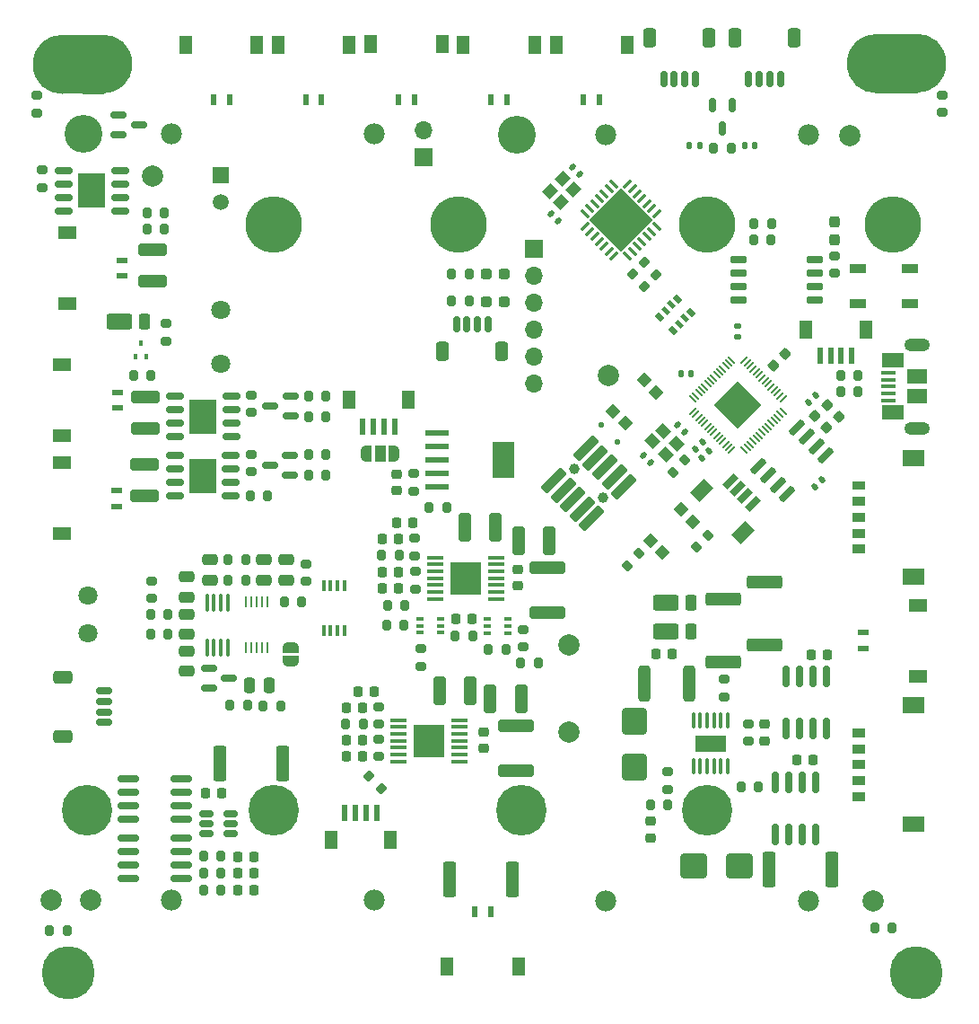
<source format=gbr>
%TF.GenerationSoftware,KiCad,Pcbnew,8.0.2-1*%
%TF.CreationDate,2024-06-05T23:36:57-07:00*%
%TF.ProjectId,Battery_Board_V3a,42617474-6572-4795-9f42-6f6172645f56,rev?*%
%TF.SameCoordinates,Original*%
%TF.FileFunction,Soldermask,Top*%
%TF.FilePolarity,Negative*%
%FSLAX46Y46*%
G04 Gerber Fmt 4.6, Leading zero omitted, Abs format (unit mm)*
G04 Created by KiCad (PCBNEW 8.0.2-1) date 2024-06-05 23:36:57*
%MOMM*%
%LPD*%
G01*
G04 APERTURE LIST*
G04 Aperture macros list*
%AMRoundRect*
0 Rectangle with rounded corners*
0 $1 Rounding radius*
0 $2 $3 $4 $5 $6 $7 $8 $9 X,Y pos of 4 corners*
0 Add a 4 corners polygon primitive as box body*
4,1,4,$2,$3,$4,$5,$6,$7,$8,$9,$2,$3,0*
0 Add four circle primitives for the rounded corners*
1,1,$1+$1,$2,$3*
1,1,$1+$1,$4,$5*
1,1,$1+$1,$6,$7*
1,1,$1+$1,$8,$9*
0 Add four rect primitives between the rounded corners*
20,1,$1+$1,$2,$3,$4,$5,0*
20,1,$1+$1,$4,$5,$6,$7,0*
20,1,$1+$1,$6,$7,$8,$9,0*
20,1,$1+$1,$8,$9,$2,$3,0*%
%AMRotRect*
0 Rectangle, with rotation*
0 The origin of the aperture is its center*
0 $1 length*
0 $2 width*
0 $3 Rotation angle, in degrees counterclockwise*
0 Add horizontal line*
21,1,$1,$2,0,0,$3*%
%AMFreePoly0*
4,1,19,0.550000,-0.750000,0.000000,-0.750000,0.000000,-0.744911,-0.071157,-0.744911,-0.207708,-0.704816,-0.327430,-0.627875,-0.420627,-0.520320,-0.479746,-0.390866,-0.500000,-0.250000,-0.500000,0.250000,-0.479746,0.390866,-0.420627,0.520320,-0.327430,0.627875,-0.207708,0.704816,-0.071157,0.744911,0.000000,0.744911,0.000000,0.750000,0.550000,0.750000,0.550000,-0.750000,0.550000,-0.750000,
$1*%
%AMFreePoly1*
4,1,19,0.000000,0.744911,0.071157,0.744911,0.207708,0.704816,0.327430,0.627875,0.420627,0.520320,0.479746,0.390866,0.500000,0.250000,0.500000,-0.250000,0.479746,-0.390866,0.420627,-0.520320,0.327430,-0.627875,0.207708,-0.704816,0.071157,-0.744911,0.000000,-0.744911,0.000000,-0.750000,-0.550000,-0.750000,-0.550000,0.750000,0.000000,0.750000,0.000000,0.744911,0.000000,0.744911,
$1*%
%AMFreePoly2*
4,1,19,0.500000,-0.750000,0.000000,-0.750000,0.000000,-0.744911,-0.071157,-0.744911,-0.207708,-0.704816,-0.327430,-0.627875,-0.420627,-0.520320,-0.479746,-0.390866,-0.500000,-0.250000,-0.500000,0.250000,-0.479746,0.390866,-0.420627,0.520320,-0.327430,0.627875,-0.207708,0.704816,-0.071157,0.744911,0.000000,0.744911,0.000000,0.750000,0.500000,0.750000,0.500000,-0.750000,0.500000,-0.750000,
$1*%
%AMFreePoly3*
4,1,19,0.000000,0.744911,0.071157,0.744911,0.207708,0.704816,0.327430,0.627875,0.420627,0.520320,0.479746,0.390866,0.500000,0.250000,0.500000,-0.250000,0.479746,-0.390866,0.420627,-0.520320,0.327430,-0.627875,0.207708,-0.704816,0.071157,-0.744911,0.000000,-0.744911,0.000000,-0.750000,-0.500000,-0.750000,-0.500000,0.750000,0.000000,0.750000,0.000000,0.744911,0.000000,0.744911,
$1*%
G04 Aperture macros list end*
%ADD10C,0.150000*%
%ADD11C,0.010000*%
%ADD12RoundRect,0.200000X0.275000X-0.200000X0.275000X0.200000X-0.275000X0.200000X-0.275000X-0.200000X0*%
%ADD13RotRect,0.600000X1.550000X135.000000*%
%ADD14RotRect,1.200000X1.800000X135.000000*%
%ADD15C,5.000000*%
%ADD16RoundRect,0.225000X-0.225000X-0.250000X0.225000X-0.250000X0.225000X0.250000X-0.225000X0.250000X0*%
%ADD17RoundRect,0.250000X-1.450000X0.312500X-1.450000X-0.312500X1.450000X-0.312500X1.450000X0.312500X0*%
%ADD18C,2.000000*%
%ADD19R,1.500000X0.900000*%
%ADD20RoundRect,0.150000X0.825000X0.150000X-0.825000X0.150000X-0.825000X-0.150000X0.825000X-0.150000X0*%
%ADD21RoundRect,0.150000X0.150000X0.625000X-0.150000X0.625000X-0.150000X-0.625000X0.150000X-0.625000X0*%
%ADD22RoundRect,0.250000X0.350000X0.650000X-0.350000X0.650000X-0.350000X-0.650000X0.350000X-0.650000X0*%
%ADD23R,0.650000X0.400000*%
%ADD24RoundRect,0.200000X-0.200000X-0.275000X0.200000X-0.275000X0.200000X0.275000X-0.200000X0.275000X0*%
%ADD25RoundRect,0.150000X0.662500X0.150000X-0.662500X0.150000X-0.662500X-0.150000X0.662500X-0.150000X0*%
%ADD26R,2.514000X3.200000*%
%ADD27RoundRect,0.150000X-0.512500X-0.150000X0.512500X-0.150000X0.512500X0.150000X-0.512500X0.150000X0*%
%ADD28RoundRect,0.140000X-0.021213X0.219203X-0.219203X0.021213X0.021213X-0.219203X0.219203X-0.021213X0*%
%ADD29R,0.600000X1.000000*%
%ADD30R,1.250000X1.800000*%
%ADD31RoundRect,0.140000X-0.219203X-0.021213X-0.021213X-0.219203X0.219203X0.021213X0.021213X0.219203X0*%
%ADD32RoundRect,0.200000X0.200000X0.275000X-0.200000X0.275000X-0.200000X-0.275000X0.200000X-0.275000X0*%
%ADD33RoundRect,0.250000X0.275000X0.500000X-0.275000X0.500000X-0.275000X-0.500000X0.275000X-0.500000X0*%
%ADD34RoundRect,0.250000X0.950000X0.500000X-0.950000X0.500000X-0.950000X-0.500000X0.950000X-0.500000X0*%
%ADD35RoundRect,0.225000X-0.250000X0.225000X-0.250000X-0.225000X0.250000X-0.225000X0.250000X0.225000X0*%
%ADD36RotRect,0.800000X0.500000X135.000000*%
%ADD37RotRect,0.800000X0.400000X135.000000*%
%ADD38RoundRect,0.250000X-1.100000X0.325000X-1.100000X-0.325000X1.100000X-0.325000X1.100000X0.325000X0*%
%ADD39RoundRect,0.200000X0.335876X0.053033X0.053033X0.335876X-0.335876X-0.053033X-0.053033X-0.335876X0*%
%ADD40RoundRect,0.225000X0.250000X-0.225000X0.250000X0.225000X-0.250000X0.225000X-0.250000X-0.225000X0*%
%ADD41RoundRect,0.250000X-0.475000X0.250000X-0.475000X-0.250000X0.475000X-0.250000X0.475000X0.250000X0*%
%ADD42RoundRect,0.150000X0.150000X-0.825000X0.150000X0.825000X-0.150000X0.825000X-0.150000X-0.825000X0*%
%ADD43R,2.200000X0.600000*%
%ADD44R,2.150000X3.450000*%
%ADD45RoundRect,0.150000X0.406586X0.618718X-0.618718X-0.406586X-0.406586X-0.618718X0.618718X0.406586X0*%
%ADD46RoundRect,0.050800X0.000000X0.636396X-0.636396X0.000000X0.000000X-0.636396X0.636396X0.000000X0*%
%ADD47RoundRect,0.225000X0.225000X0.250000X-0.225000X0.250000X-0.225000X-0.250000X0.225000X-0.250000X0*%
%ADD48RoundRect,0.050800X0.000000X-0.636396X0.636396X0.000000X0.000000X0.636396X-0.636396X0.000000X0*%
%ADD49RoundRect,0.150000X-0.662500X-0.150000X0.662500X-0.150000X0.662500X0.150000X-0.662500X0.150000X0*%
%ADD50RoundRect,0.150000X0.587500X0.150000X-0.587500X0.150000X-0.587500X-0.150000X0.587500X-0.150000X0*%
%ADD51RoundRect,0.250000X0.362500X1.425000X-0.362500X1.425000X-0.362500X-1.425000X0.362500X-1.425000X0*%
%ADD52RoundRect,0.250000X0.325000X1.100000X-0.325000X1.100000X-0.325000X-1.100000X0.325000X-1.100000X0*%
%ADD53R,1.700000X1.700000*%
%ADD54O,1.700000X1.700000*%
%ADD55RoundRect,0.200000X-0.275000X0.200000X-0.275000X-0.200000X0.275000X-0.200000X0.275000X0.200000X0*%
%ADD56C,1.800000*%
%ADD57R,3.000000X3.100000*%
%ADD58RoundRect,0.100000X-0.687500X-0.100000X0.687500X-0.100000X0.687500X0.100000X-0.687500X0.100000X0*%
%ADD59RoundRect,0.200000X0.053033X-0.335876X0.335876X-0.053033X-0.053033X0.335876X-0.335876X0.053033X0*%
%ADD60RoundRect,0.237500X-0.237500X0.287500X-0.237500X-0.287500X0.237500X-0.287500X0.237500X0.287500X0*%
%ADD61RoundRect,0.250000X-0.362500X-1.425000X0.362500X-1.425000X0.362500X1.425000X-0.362500X1.425000X0*%
%ADD62RoundRect,0.250000X-1.000000X-0.900000X1.000000X-0.900000X1.000000X0.900000X-1.000000X0.900000X0*%
%ADD63RoundRect,0.140000X0.219203X0.021213X0.021213X0.219203X-0.219203X-0.021213X-0.021213X-0.219203X0*%
%ADD64RoundRect,0.125000X0.176777X0.000000X0.000000X0.176777X-0.176777X0.000000X0.000000X-0.176777X0*%
%ADD65RoundRect,0.150000X-0.150000X0.512500X-0.150000X-0.512500X0.150000X-0.512500X0.150000X0.512500X0*%
%ADD66RoundRect,0.150000X-0.150000X0.825000X-0.150000X-0.825000X0.150000X-0.825000X0.150000X0.825000X0*%
%ADD67RoundRect,0.250000X-0.325000X-1.100000X0.325000X-1.100000X0.325000X1.100000X-0.325000X1.100000X0*%
%ADD68RoundRect,0.200000X-0.053033X0.335876X-0.335876X0.053033X0.053033X-0.335876X0.335876X-0.053033X0*%
%ADD69RoundRect,0.237500X-0.287500X-0.237500X0.287500X-0.237500X0.287500X0.237500X-0.287500X0.237500X0*%
%ADD70R,0.400000X0.510000*%
%ADD71RoundRect,0.250000X-1.425000X0.362500X-1.425000X-0.362500X1.425000X-0.362500X1.425000X0.362500X0*%
%ADD72R,1.000000X0.600000*%
%ADD73R,1.800000X1.250000*%
%ADD74RoundRect,0.100000X0.100000X-0.712500X0.100000X0.712500X-0.100000X0.712500X-0.100000X-0.712500X0*%
%ADD75RoundRect,0.150000X-0.650000X-0.150000X0.650000X-0.150000X0.650000X0.150000X-0.650000X0.150000X0*%
%ADD76RoundRect,0.150000X-0.587500X-0.150000X0.587500X-0.150000X0.587500X0.150000X-0.587500X0.150000X0*%
%ADD77RoundRect,0.150000X-0.625000X0.150000X-0.625000X-0.150000X0.625000X-0.150000X0.625000X0.150000X0*%
%ADD78RoundRect,0.250000X-0.650000X0.350000X-0.650000X-0.350000X0.650000X-0.350000X0.650000X0.350000X0*%
%ADD79FreePoly0,0.000000*%
%ADD80R,1.000000X1.500000*%
%ADD81FreePoly1,0.000000*%
%ADD82RoundRect,0.250000X1.100000X-0.325000X1.100000X0.325000X-1.100000X0.325000X-1.100000X-0.325000X0*%
%ADD83RoundRect,0.140000X0.170000X-0.140000X0.170000X0.140000X-0.170000X0.140000X-0.170000X-0.140000X0*%
%ADD84RoundRect,0.250000X1.425000X-0.362500X1.425000X0.362500X-1.425000X0.362500X-1.425000X-0.362500X0*%
%ADD85RoundRect,0.140000X-0.140000X-0.170000X0.140000X-0.170000X0.140000X0.170000X-0.140000X0.170000X0*%
%ADD86R,1.380000X0.450000*%
%ADD87O,2.416000X1.208000*%
%ADD88R,2.100000X1.475000*%
%ADD89R,1.900000X1.375000*%
%ADD90RoundRect,0.250000X-0.900000X1.000000X-0.900000X-1.000000X0.900000X-1.000000X0.900000X1.000000X0*%
%ADD91RoundRect,0.140000X0.140000X0.170000X-0.140000X0.170000X-0.140000X-0.170000X0.140000X-0.170000X0*%
%ADD92RoundRect,0.050000X-0.309359X0.238649X0.238649X-0.309359X0.309359X-0.238649X-0.238649X0.309359X0*%
%ADD93RoundRect,0.050000X-0.309359X-0.238649X-0.238649X-0.309359X0.309359X0.238649X0.238649X0.309359X0*%
%ADD94RotRect,3.200000X3.200000X315.000000*%
%ADD95RoundRect,0.250000X0.475000X-0.250000X0.475000X0.250000X-0.475000X0.250000X-0.475000X-0.250000X0*%
%ADD96R,0.250000X1.100000*%
%ADD97R,0.600000X1.550000*%
%ADD98R,1.200000X1.800000*%
%ADD99RoundRect,0.250000X-0.312500X-1.450000X0.312500X-1.450000X0.312500X1.450000X-0.312500X1.450000X0*%
%ADD100RoundRect,0.075000X0.362392X-0.256326X-0.256326X0.362392X-0.362392X0.256326X0.256326X-0.362392X0*%
%ADD101RoundRect,0.075000X0.362392X0.256326X0.256326X0.362392X-0.362392X-0.256326X-0.256326X-0.362392X0*%
%ADD102RotRect,4.250000X4.250000X135.000000*%
%ADD103C,1.000000*%
%ADD104RoundRect,0.050800X1.187939X0.650538X0.650538X1.187939X-1.187939X-0.650538X-0.650538X-1.187939X0*%
%ADD105R,1.508000X1.508000*%
%ADD106C,1.508000*%
%ADD107R,0.400000X1.100000*%
%ADD108RoundRect,0.225000X0.017678X-0.335876X0.335876X-0.017678X-0.017678X0.335876X-0.335876X0.017678X0*%
%ADD109RoundRect,0.225000X-0.335876X-0.017678X-0.017678X-0.335876X0.335876X0.017678X0.017678X0.335876X0*%
%ADD110RoundRect,0.100000X0.100000X-0.625000X0.100000X0.625000X-0.100000X0.625000X-0.100000X-0.625000X0*%
%ADD111R,2.850000X1.650000*%
%ADD112RotRect,1.150000X1.000000X315.000000*%
%ADD113RoundRect,0.250000X-0.250000X-0.475000X0.250000X-0.475000X0.250000X0.475000X-0.250000X0.475000X0*%
%ADD114RoundRect,0.140000X0.021213X-0.219203X0.219203X-0.021213X-0.021213X0.219203X-0.219203X0.021213X0*%
%ADD115RotRect,1.150000X1.000000X225.000000*%
%ADD116FreePoly2,270.000000*%
%ADD117FreePoly3,270.000000*%
%ADD118C,4.770000*%
%ADD119C,5.325000*%
%ADD120C,3.570000*%
%ADD121C,1.980000*%
G04 APERTURE END LIST*
D10*
X193457397Y-45800000D02*
G75*
G02*
X188042603Y-45800000I-2707397J0D01*
G01*
X188042603Y-45800000D02*
G75*
G02*
X193457397Y-45800000I2707397J0D01*
G01*
X190750000Y-48496747D02*
X194550000Y-48503254D01*
X113942531Y-48568739D02*
X117742531Y-48575246D01*
X197242408Y-45774702D02*
G75*
G02*
X191857592Y-45774702I-2692408J0D01*
G01*
X191857592Y-45774702D02*
G75*
G02*
X197242408Y-45774702I2692408J0D01*
G01*
X116649928Y-45871992D02*
G75*
G02*
X111235134Y-45871992I-2707397J0D01*
G01*
X111235134Y-45871992D02*
G75*
G02*
X116649928Y-45871992I2707397J0D01*
G01*
X120434939Y-45846694D02*
G75*
G02*
X115050123Y-45846694I-2692408J0D01*
G01*
X115050123Y-45846694D02*
G75*
G02*
X120434939Y-45846694I2692408J0D01*
G01*
X194600000Y-43096747D02*
X190800000Y-43103254D01*
X117792531Y-43168739D02*
X113992531Y-43175246D01*
D11*
%TO.C,J14*%
X195186200Y-106941200D02*
X193233800Y-106941200D01*
X193233800Y-105538800D01*
X195186200Y-105538800D01*
X195186200Y-106941200D01*
G36*
X195186200Y-106941200D02*
G01*
X193233800Y-106941200D01*
X193233800Y-105538800D01*
X195186200Y-105538800D01*
X195186200Y-106941200D01*
G37*
X189596200Y-109221200D02*
X188443800Y-109221200D01*
X188443800Y-108468800D01*
X189596200Y-108468800D01*
X189596200Y-109221200D01*
G36*
X189596200Y-109221200D02*
G01*
X188443800Y-109221200D01*
X188443800Y-108468800D01*
X189596200Y-108468800D01*
X189596200Y-109221200D01*
G37*
X189596200Y-110721200D02*
X188443800Y-110721200D01*
X188443800Y-109968800D01*
X189596200Y-109968800D01*
X189596200Y-110721200D01*
G36*
X189596200Y-110721200D02*
G01*
X188443800Y-110721200D01*
X188443800Y-109968800D01*
X189596200Y-109968800D01*
X189596200Y-110721200D01*
G37*
X189596200Y-112221200D02*
X188443800Y-112221200D01*
X188443800Y-111468800D01*
X189596200Y-111468800D01*
X189596200Y-112221200D01*
G36*
X189596200Y-112221200D02*
G01*
X188443800Y-112221200D01*
X188443800Y-111468800D01*
X189596200Y-111468800D01*
X189596200Y-112221200D01*
G37*
X189596200Y-113721200D02*
X188443800Y-113721200D01*
X188443800Y-112968800D01*
X189596200Y-112968800D01*
X189596200Y-113721200D01*
G36*
X189596200Y-113721200D02*
G01*
X188443800Y-113721200D01*
X188443800Y-112968800D01*
X189596200Y-112968800D01*
X189596200Y-113721200D01*
G37*
X189596200Y-115221200D02*
X188443800Y-115221200D01*
X188443800Y-114468800D01*
X189596200Y-114468800D01*
X189596200Y-115221200D01*
G36*
X189596200Y-115221200D02*
G01*
X188443800Y-115221200D01*
X188443800Y-114468800D01*
X189596200Y-114468800D01*
X189596200Y-115221200D01*
G37*
X195186200Y-118151200D02*
X193233800Y-118151200D01*
X193233800Y-116748800D01*
X195186200Y-116748800D01*
X195186200Y-118151200D01*
G36*
X195186200Y-118151200D02*
G01*
X193233800Y-118151200D01*
X193233800Y-116748800D01*
X195186200Y-116748800D01*
X195186200Y-118151200D01*
G37*
%TO.C,J15*%
X195206200Y-83626200D02*
X193253800Y-83626200D01*
X193253800Y-82223800D01*
X195206200Y-82223800D01*
X195206200Y-83626200D01*
G36*
X195206200Y-83626200D02*
G01*
X193253800Y-83626200D01*
X193253800Y-82223800D01*
X195206200Y-82223800D01*
X195206200Y-83626200D01*
G37*
X189616200Y-85906200D02*
X188463800Y-85906200D01*
X188463800Y-85153800D01*
X189616200Y-85153800D01*
X189616200Y-85906200D01*
G36*
X189616200Y-85906200D02*
G01*
X188463800Y-85906200D01*
X188463800Y-85153800D01*
X189616200Y-85153800D01*
X189616200Y-85906200D01*
G37*
X189616200Y-87406200D02*
X188463800Y-87406200D01*
X188463800Y-86653800D01*
X189616200Y-86653800D01*
X189616200Y-87406200D01*
G36*
X189616200Y-87406200D02*
G01*
X188463800Y-87406200D01*
X188463800Y-86653800D01*
X189616200Y-86653800D01*
X189616200Y-87406200D01*
G37*
X189616200Y-88906200D02*
X188463800Y-88906200D01*
X188463800Y-88153800D01*
X189616200Y-88153800D01*
X189616200Y-88906200D01*
G36*
X189616200Y-88906200D02*
G01*
X188463800Y-88906200D01*
X188463800Y-88153800D01*
X189616200Y-88153800D01*
X189616200Y-88906200D01*
G37*
X189616200Y-90406200D02*
X188463800Y-90406200D01*
X188463800Y-89653800D01*
X189616200Y-89653800D01*
X189616200Y-90406200D01*
G36*
X189616200Y-90406200D02*
G01*
X188463800Y-90406200D01*
X188463800Y-89653800D01*
X189616200Y-89653800D01*
X189616200Y-90406200D01*
G37*
X189616200Y-91906200D02*
X188463800Y-91906200D01*
X188463800Y-91153800D01*
X189616200Y-91153800D01*
X189616200Y-91906200D01*
G36*
X189616200Y-91906200D02*
G01*
X188463800Y-91906200D01*
X188463800Y-91153800D01*
X189616200Y-91153800D01*
X189616200Y-91906200D01*
G37*
X195206200Y-94836200D02*
X193253800Y-94836200D01*
X193253800Y-93433800D01*
X195206200Y-93433800D01*
X195206200Y-94836200D01*
G36*
X195206200Y-94836200D02*
G01*
X193253800Y-94836200D01*
X193253800Y-93433800D01*
X195206200Y-93433800D01*
X195206200Y-94836200D01*
G37*
%TD*%
D12*
%TO.C,R57*%
X186790000Y-65585000D03*
X186790000Y-63935000D03*
%TD*%
D13*
%TO.C,J21*%
X179057577Y-87283744D03*
X178350470Y-86576637D03*
X177643363Y-85869530D03*
X176936256Y-85162423D03*
D14*
X178191371Y-89988427D03*
X174231573Y-86028629D03*
%TD*%
D15*
%TO.C,*%
X194500000Y-131530000D03*
%TD*%
D16*
%TO.C,C1*%
X144082500Y-90615000D03*
X145632500Y-90615000D03*
%TD*%
D17*
%TO.C,L3*%
X156700000Y-108200000D03*
X156700000Y-112475000D03*
%TD*%
D18*
%TO.C,TP6*%
X122428000Y-56388000D03*
%TD*%
D19*
%TO.C,LED1*%
X193870000Y-68420000D03*
X193870000Y-65120000D03*
X188970000Y-65120000D03*
X188970000Y-68420000D03*
%TD*%
D20*
%TO.C,Q2*%
X125124999Y-122585000D03*
X125124999Y-121315000D03*
X125124999Y-120045000D03*
X125124999Y-118775000D03*
X120174999Y-118775000D03*
X120174999Y-120045000D03*
X120174999Y-121315000D03*
X120174999Y-122585000D03*
%TD*%
D21*
%TO.C,J27*%
X154110000Y-70395000D03*
X153110000Y-70395000D03*
X152110000Y-70395000D03*
X151110000Y-70395000D03*
D22*
X155410000Y-72920000D03*
X149810000Y-72920000D03*
%TD*%
D23*
%TO.C,Q3*%
X154057500Y-98180000D03*
X154057500Y-98830000D03*
X154057500Y-99480000D03*
X155957500Y-99480000D03*
X155957500Y-98830000D03*
X155957500Y-98180000D03*
%TD*%
D24*
%TO.C,R4*%
X127225000Y-120530000D03*
X128875000Y-120530000D03*
%TD*%
D25*
%TO.C,Q9*%
X129840002Y-86574999D03*
X129840002Y-85304999D03*
X129840002Y-84034999D03*
X129840002Y-82764999D03*
X124565002Y-82764999D03*
X124565002Y-84034999D03*
X124565002Y-85304999D03*
X124565002Y-86574999D03*
D26*
X127202502Y-84669999D03*
%TD*%
D27*
%TO.C,U1*%
X127542500Y-116500000D03*
X127542500Y-117450000D03*
X127542500Y-118400000D03*
X129817500Y-118400000D03*
X129817500Y-117450000D03*
X129817500Y-116500000D03*
%TD*%
D28*
%TO.C,C31*%
X185639411Y-85060589D03*
X184960589Y-85739411D03*
%TD*%
D29*
%TO.C,J7*%
X155870000Y-49225000D03*
X154370000Y-49225000D03*
D30*
X158475000Y-44035000D03*
X151765000Y-44035000D03*
%TD*%
D31*
%TO.C,C20*%
X171960589Y-79870589D03*
X172639411Y-80549411D03*
%TD*%
D32*
%TO.C,FB3*%
X131215000Y-94502499D03*
X129565000Y-94502499D03*
%TD*%
D33*
%TO.C,D1*%
X121640001Y-70154998D03*
D34*
X119265001Y-70154998D03*
%TD*%
D32*
%TO.C,R19*%
X133285000Y-86564998D03*
X131635000Y-86564998D03*
%TD*%
D35*
%TO.C,C40*%
X180220000Y-108085000D03*
X180220000Y-109635000D03*
%TD*%
D12*
%TO.C,R60*%
X123750000Y-71955000D03*
X123750000Y-70305000D03*
%TD*%
D36*
%TO.C,R48*%
X171537868Y-70934924D03*
D37*
X172103553Y-70369239D03*
X172669239Y-69803553D03*
D36*
X173234924Y-69237868D03*
X171962132Y-67965076D03*
D37*
X171396447Y-68530761D03*
X170830761Y-69096447D03*
D36*
X170265076Y-69662132D03*
%TD*%
D29*
%TO.C,J8*%
X164610000Y-49245000D03*
X163110000Y-49245000D03*
D30*
X167215000Y-44055000D03*
X160505000Y-44055000D03*
%TD*%
D38*
%TO.C,C50*%
X122430000Y-63325000D03*
X122430000Y-66275000D03*
%TD*%
D32*
%TO.C,R31*%
X180825000Y-60880000D03*
X179175000Y-60880000D03*
%TD*%
D24*
%TO.C,R43*%
X169415000Y-115690000D03*
X171065000Y-115690000D03*
%TD*%
D39*
%TO.C,R40*%
X169963503Y-65683595D03*
X168796777Y-64516869D03*
%TD*%
D40*
%TO.C,C13*%
X145467500Y-86055000D03*
X145467500Y-84505000D03*
%TD*%
D41*
%TO.C,C18*%
X125665000Y-97682499D03*
X125665000Y-99582499D03*
%TD*%
D42*
%TO.C,U14*%
X182215000Y-108495000D03*
X183485000Y-108495000D03*
X184755000Y-108495000D03*
X186025000Y-108495000D03*
X186025000Y-103545000D03*
X184755000Y-103545000D03*
X183485000Y-103545000D03*
X182215000Y-103545000D03*
%TD*%
D43*
%TO.C,U6*%
X149270000Y-80630000D03*
X149270000Y-81900000D03*
X149270000Y-83170000D03*
X149270000Y-84440000D03*
X149270000Y-85710000D03*
D44*
X155570000Y-83170000D03*
%TD*%
D45*
%TO.C,U13*%
X185957838Y-82766238D03*
X185059813Y-81868213D03*
X184161787Y-80970187D03*
X183263762Y-80072162D03*
X179622162Y-83713762D03*
X180520187Y-84611787D03*
X181418213Y-85509813D03*
X182316238Y-86407838D03*
%TD*%
D46*
%TO.C,SW1*%
X167046117Y-79685254D03*
X169945254Y-76786117D03*
X165914746Y-78553883D03*
X168813883Y-75654746D03*
%TD*%
D24*
%TO.C,FB1*%
X132890000Y-106322499D03*
X134540000Y-106322499D03*
%TD*%
D47*
%TO.C,C49*%
X142255000Y-109580000D03*
X140705000Y-109580000D03*
%TD*%
D48*
%TO.C,SW2*%
X172313883Y-87844746D03*
X169414746Y-90743883D03*
X173445254Y-88976117D03*
X170546117Y-91875254D03*
%TD*%
D12*
%TO.C,R59*%
X112050000Y-57485000D03*
X112050000Y-55835000D03*
%TD*%
D18*
%TO.C,TP1*%
X161720000Y-100590000D03*
%TD*%
D16*
%TO.C,C12*%
X151052500Y-98160000D03*
X152602500Y-98160000D03*
%TD*%
%TO.C,C43*%
X141795000Y-104970000D03*
X143345000Y-104970000D03*
%TD*%
D49*
%TO.C,Q11*%
X114075000Y-55860000D03*
X114075000Y-57130000D03*
X114075000Y-58400000D03*
X114075000Y-59670000D03*
X119350000Y-59670000D03*
X119350000Y-58400000D03*
X119350000Y-57130000D03*
X119350000Y-55860000D03*
D26*
X116712500Y-57765000D03*
%TD*%
D40*
%TO.C,C6*%
X156907500Y-95015000D03*
X156907500Y-93465000D03*
%TD*%
D50*
%TO.C,Q7*%
X135407501Y-84619998D03*
X135407501Y-82719998D03*
X133532501Y-83669998D03*
%TD*%
D18*
%TO.C,TP2*%
X116620000Y-124620000D03*
%TD*%
D24*
%TO.C,R54*%
X187340000Y-76720000D03*
X188990000Y-76720000D03*
%TD*%
D51*
%TO.C,R1*%
X134712500Y-111740000D03*
X128787500Y-111740000D03*
%TD*%
D52*
%TO.C,C46*%
X152445000Y-104900000D03*
X149495000Y-104900000D03*
%TD*%
D53*
%TO.C,J25*%
X158440000Y-63220000D03*
D54*
X158440000Y-65760000D03*
X158440000Y-68300000D03*
X158440000Y-70840000D03*
X158440000Y-73380000D03*
X158440000Y-75920000D03*
%TD*%
D21*
%TO.C,J20*%
X173660000Y-47270000D03*
X172660000Y-47270000D03*
X171660000Y-47270000D03*
X170660000Y-47270000D03*
D22*
X174960000Y-43395000D03*
X169360000Y-43395000D03*
%TD*%
D55*
%TO.C,R62*%
X111540000Y-48815000D03*
X111540000Y-50465000D03*
%TD*%
D56*
%TO.C,J18*%
X116315001Y-99472500D03*
X116315001Y-95972500D03*
%TD*%
D57*
%TO.C,U3*%
X151977500Y-94300000D03*
D58*
X149115000Y-92350000D03*
X149115000Y-93000000D03*
X149115000Y-93650000D03*
X149115000Y-94300000D03*
X149115000Y-94950000D03*
X149115000Y-95600000D03*
X149115000Y-96250000D03*
X154840000Y-96250000D03*
X154840000Y-95600000D03*
X154840000Y-94950000D03*
X154840000Y-94300000D03*
X154840000Y-93650000D03*
X154840000Y-93000000D03*
X154840000Y-92350000D03*
%TD*%
D59*
%TO.C,R45*%
X173716637Y-91403363D03*
X174883363Y-90236637D03*
%TD*%
D53*
%TO.C,J1*%
X147990000Y-54600000D03*
D54*
X147990000Y-52060000D03*
%TD*%
D12*
%TO.C,R52*%
X178650000Y-109685000D03*
X178650000Y-108035000D03*
%TD*%
D32*
%TO.C,R10*%
X155762500Y-101060000D03*
X154112500Y-101060000D03*
%TD*%
D41*
%TO.C,C27*%
X132924999Y-92572500D03*
X132924999Y-94472500D03*
%TD*%
D24*
%TO.C,R53*%
X187340000Y-75180000D03*
X188990000Y-75180000D03*
%TD*%
D32*
%TO.C,R9*%
X122302500Y-75170000D03*
X120652500Y-75170000D03*
%TD*%
D59*
%TO.C,R36*%
X167200000Y-93110000D03*
X168366726Y-91943274D03*
%TD*%
D60*
%TO.C,D10*%
X186770000Y-62435000D03*
X186770000Y-60685000D03*
%TD*%
D61*
%TO.C,R49*%
X180597500Y-121770000D03*
X186522500Y-121770000D03*
%TD*%
D62*
%TO.C,D4*%
X173502500Y-121420000D03*
X177802500Y-121420000D03*
%TD*%
D63*
%TO.C,C21*%
X169389411Y-83379411D03*
X168710589Y-82700589D03*
%TD*%
D64*
%TO.C,D8*%
X164772183Y-79872183D03*
X166327817Y-81427817D03*
%TD*%
D65*
%TO.C,D5*%
X177130000Y-49675000D03*
X175230000Y-49675000D03*
X176180000Y-51950000D03*
%TD*%
D66*
%TO.C,U12*%
X185025000Y-113555000D03*
X183755000Y-113555000D03*
X182485000Y-113555000D03*
X181215000Y-113555000D03*
X181215000Y-118505000D03*
X182485000Y-118505000D03*
X183755000Y-118505000D03*
X185025000Y-118505000D03*
%TD*%
D67*
%TO.C,C45*%
X154305000Y-105690000D03*
X157255000Y-105690000D03*
%TD*%
D12*
%TO.C,R6*%
X147137500Y-92210000D03*
X147137500Y-90560000D03*
%TD*%
D68*
%TO.C,R38*%
X172683363Y-83136637D03*
X171516637Y-84303363D03*
%TD*%
D69*
%TO.C,D2*%
X155670000Y-68240000D03*
X153920000Y-68240000D03*
%TD*%
D70*
%TO.C,Q4*%
X120841957Y-73425562D03*
X121841957Y-73425562D03*
X121341957Y-72135562D03*
%TD*%
D71*
%TO.C,R55*%
X176250000Y-96307500D03*
X176250000Y-102232500D03*
%TD*%
D24*
%TO.C,R37*%
X129760000Y-106302499D03*
X131410000Y-106302499D03*
%TD*%
D55*
%TO.C,R25*%
X147057500Y-84455000D03*
X147057500Y-86105000D03*
%TD*%
D24*
%TO.C,R26*%
X148552500Y-87640000D03*
X150202500Y-87640000D03*
%TD*%
D18*
%TO.C,TP9*%
X161760000Y-108820000D03*
%TD*%
D31*
%TO.C,C35*%
X160049866Y-59984315D03*
X160728688Y-60663137D03*
%TD*%
D72*
%TO.C,J10*%
X119570000Y-64340000D03*
X119570000Y-65840000D03*
D73*
X114380000Y-61735000D03*
X114380000Y-68445000D03*
%TD*%
D35*
%TO.C,C34*%
X169450000Y-117235000D03*
X169450000Y-118785000D03*
%TD*%
D29*
%TO.C,J5*%
X138390000Y-49192500D03*
X136890000Y-49192500D03*
D30*
X140995000Y-44002500D03*
X134285000Y-44002500D03*
%TD*%
D31*
%TO.C,C36*%
X162036836Y-55564897D03*
X162715658Y-56243719D03*
%TD*%
D41*
%TO.C,C16*%
X135085000Y-92592499D03*
X135085000Y-94492499D03*
%TD*%
D74*
%TO.C,U9*%
X127570000Y-100835000D03*
X128220000Y-100835000D03*
X128870000Y-100835000D03*
X129520000Y-100835000D03*
X129520000Y-96610000D03*
X128870000Y-96610000D03*
X128220000Y-96610000D03*
X127570000Y-96610000D03*
%TD*%
D32*
%TO.C,R47*%
X179615000Y-114000000D03*
X177965000Y-114000000D03*
%TD*%
D28*
%TO.C,C33*%
X174339411Y-81460589D03*
X173660589Y-82139411D03*
%TD*%
D52*
%TO.C,C4*%
X154822500Y-89530000D03*
X151872500Y-89530000D03*
%TD*%
D33*
%TO.C,D6*%
X173225000Y-99350000D03*
D34*
X170850000Y-99350000D03*
%TD*%
D47*
%TO.C,C7*%
X131995000Y-123720000D03*
X130445000Y-123720000D03*
%TD*%
D12*
%TO.C,R20*%
X143800000Y-111130000D03*
X143800000Y-109480000D03*
%TD*%
D28*
%TO.C,C26*%
X185009411Y-77030589D03*
X184330589Y-77709411D03*
%TD*%
D24*
%TO.C,R12*%
X151012500Y-99750000D03*
X152662500Y-99750000D03*
%TD*%
D32*
%TO.C,R22*%
X138817501Y-82669999D03*
X137167501Y-82669999D03*
%TD*%
D75*
%TO.C,U8*%
X177720000Y-64275000D03*
X177720000Y-65545000D03*
X177720000Y-66815000D03*
X177720000Y-68085000D03*
X184920000Y-68085000D03*
X184920000Y-66815000D03*
X184920000Y-65545000D03*
X184920000Y-64275000D03*
%TD*%
D12*
%TO.C,R15*%
X147777500Y-102595000D03*
X147777500Y-100945000D03*
%TD*%
D24*
%TO.C,R30*%
X121915000Y-59840000D03*
X123565000Y-59840000D03*
%TD*%
%TO.C,R56*%
X179155000Y-62450000D03*
X180805000Y-62450000D03*
%TD*%
D18*
%TO.C,TP8*%
X165470000Y-75160000D03*
%TD*%
D47*
%TO.C,C10*%
X145622500Y-95260000D03*
X144072500Y-95260000D03*
%TD*%
D23*
%TO.C,Q5*%
X149587500Y-99440000D03*
X149587500Y-98790000D03*
X149587500Y-98140000D03*
X147687500Y-98140000D03*
X147687500Y-98790000D03*
X147687500Y-99440000D03*
%TD*%
D50*
%TO.C,Q6*%
X135440002Y-79039999D03*
X135440002Y-77139999D03*
X133565002Y-78089999D03*
%TD*%
D32*
%TO.C,FB2*%
X131210000Y-92552500D03*
X129560000Y-92552500D03*
%TD*%
D47*
%TO.C,C11*%
X145627500Y-93730000D03*
X144077500Y-93730000D03*
%TD*%
D76*
%TO.C,U10*%
X127767500Y-102802500D03*
X127767500Y-104702500D03*
X129642500Y-103752500D03*
%TD*%
D47*
%TO.C,C8*%
X132015001Y-120540000D03*
X130465001Y-120540000D03*
%TD*%
D24*
%TO.C,R64*%
X112725000Y-127540000D03*
X114375000Y-127540000D03*
%TD*%
D32*
%TO.C,R3*%
X128885000Y-123740000D03*
X127235000Y-123740000D03*
%TD*%
%TO.C,R29*%
X123555000Y-61400000D03*
X121905000Y-61400000D03*
%TD*%
D77*
%TO.C,J16*%
X117890000Y-104910000D03*
X117890000Y-105910000D03*
X117890000Y-106910000D03*
X117890000Y-107910000D03*
D78*
X114015000Y-103610000D03*
X114015000Y-109210000D03*
%TD*%
D24*
%TO.C,R13*%
X157182500Y-102260000D03*
X158832500Y-102260000D03*
%TD*%
D16*
%TO.C,C44*%
X140715000Y-106490000D03*
X142265000Y-106490000D03*
%TD*%
D18*
%TO.C,TP5*%
X188260000Y-52580000D03*
%TD*%
D16*
%TO.C,C42*%
X184575000Y-101520000D03*
X186125000Y-101520000D03*
%TD*%
D79*
%TO.C,JP1*%
X142607500Y-82550000D03*
D80*
X143907500Y-82550000D03*
D81*
X145207500Y-82550000D03*
%TD*%
D47*
%TO.C,C9*%
X132005000Y-122090000D03*
X130455000Y-122090000D03*
%TD*%
D82*
%TO.C,C14*%
X121732500Y-80184998D03*
X121732500Y-77234998D03*
%TD*%
D83*
%TO.C,C29*%
X177630000Y-71530000D03*
X177630000Y-70570000D03*
%TD*%
D84*
%TO.C,R50*%
X180210000Y-100592500D03*
X180210000Y-94667500D03*
%TD*%
D85*
%TO.C,C37*%
X178297500Y-53492500D03*
X179257500Y-53492500D03*
%TD*%
D39*
%TO.C,R61*%
X144036726Y-114146726D03*
X142870000Y-112980000D03*
%TD*%
D86*
%TO.C,J24*%
X191890000Y-74947500D03*
X191890000Y-75597500D03*
X191890000Y-76247500D03*
X191890000Y-76897500D03*
X191890000Y-77547500D03*
D87*
X194550000Y-80197500D03*
D88*
X192250000Y-78710000D03*
D89*
X194550000Y-77185000D03*
X194550000Y-75310000D03*
D88*
X192250000Y-73785000D03*
D87*
X194550000Y-72297500D03*
%TD*%
D40*
%TO.C,C47*%
X153640000Y-110325000D03*
X153640000Y-108775000D03*
%TD*%
D55*
%TO.C,R63*%
X196970000Y-48745000D03*
X196970000Y-50395000D03*
%TD*%
D90*
%TO.C,D7*%
X167900000Y-107792500D03*
X167900000Y-112092500D03*
%TD*%
D55*
%TO.C,R27*%
X131742501Y-77054999D03*
X131742501Y-78704999D03*
%TD*%
D72*
%TO.C,J4*%
X189480000Y-100950000D03*
X189480000Y-99450000D03*
D73*
X194670000Y-103555000D03*
X194670000Y-96845000D03*
%TD*%
D16*
%TO.C,C2*%
X145447500Y-89075000D03*
X146997500Y-89075000D03*
%TD*%
D32*
%TO.C,R39*%
X152310000Y-68160000D03*
X150660000Y-68160000D03*
%TD*%
D24*
%TO.C,R23*%
X137147502Y-79059999D03*
X138797502Y-79059999D03*
%TD*%
D57*
%TO.C,U5*%
X148510000Y-109620000D03*
D58*
X145647500Y-107670000D03*
X145647500Y-108320000D03*
X145647500Y-108970000D03*
X145647500Y-109620000D03*
X145647500Y-110270000D03*
X145647500Y-110920000D03*
X145647500Y-111570000D03*
X151372500Y-111570000D03*
X151372500Y-110920000D03*
X151372500Y-110270000D03*
X151372500Y-109620000D03*
X151372500Y-108970000D03*
X151372500Y-108320000D03*
X151372500Y-107670000D03*
%TD*%
D21*
%TO.C,J22*%
X181690000Y-47270000D03*
X180690000Y-47270000D03*
X179690000Y-47270000D03*
X178690000Y-47270000D03*
D22*
X182990000Y-43395000D03*
X177390000Y-43395000D03*
%TD*%
D91*
%TO.C,C32*%
X173270000Y-75050000D03*
X172310000Y-75050000D03*
%TD*%
D72*
%TO.C,J2*%
X119077500Y-86020000D03*
X119077500Y-87520000D03*
D73*
X113887500Y-83415000D03*
X113887500Y-90125000D03*
%TD*%
D92*
%TO.C,IC3*%
X177074326Y-73728730D03*
X176791483Y-74011573D03*
X176508641Y-74294415D03*
X176225798Y-74577258D03*
X175942955Y-74860101D03*
X175660113Y-75142943D03*
X175377270Y-75425786D03*
X175094427Y-75708629D03*
X174811584Y-75991472D03*
X174528742Y-76274314D03*
X174245899Y-76557157D03*
X173963056Y-76840000D03*
X173680214Y-77122842D03*
X173397371Y-77405685D03*
D93*
X173397371Y-78590089D03*
X173680214Y-78872932D03*
X173963056Y-79155774D03*
X174245899Y-79438617D03*
X174528742Y-79721460D03*
X174811584Y-80004302D03*
X175094427Y-80287145D03*
X175377270Y-80569988D03*
X175660113Y-80852831D03*
X175942955Y-81135673D03*
X176225798Y-81418516D03*
X176508641Y-81701359D03*
X176791483Y-81984201D03*
X177074326Y-82267044D03*
D92*
X178258730Y-82267044D03*
X178541573Y-81984201D03*
X178824415Y-81701359D03*
X179107258Y-81418516D03*
X179390101Y-81135673D03*
X179672943Y-80852831D03*
X179955786Y-80569988D03*
X180238629Y-80287145D03*
X180521472Y-80004302D03*
X180804314Y-79721460D03*
X181087157Y-79438617D03*
X181370000Y-79155774D03*
X181652842Y-78872932D03*
X181935685Y-78590089D03*
D93*
X181935685Y-77405685D03*
X181652842Y-77122842D03*
X181370000Y-76840000D03*
X181087157Y-76557157D03*
X180804314Y-76274314D03*
X180521472Y-75991472D03*
X180238629Y-75708629D03*
X179955786Y-75425786D03*
X179672943Y-75142943D03*
X179390101Y-74860101D03*
X179107258Y-74577258D03*
X178824415Y-74294415D03*
X178541573Y-74011573D03*
X178258730Y-73728730D03*
D94*
X177666528Y-77997887D03*
%TD*%
D82*
%TO.C,C15*%
X121702500Y-86564998D03*
X121702500Y-83614998D03*
%TD*%
D24*
%TO.C,R18*%
X140665000Y-108020000D03*
X142315000Y-108020000D03*
%TD*%
%TO.C,R8*%
X144032500Y-92145000D03*
X145682500Y-92145000D03*
%TD*%
D95*
%TO.C,C17*%
X125675000Y-103082499D03*
X125675000Y-101182499D03*
%TD*%
D96*
%TO.C,U7*%
X133265001Y-96572500D03*
X132765001Y-96572500D03*
X132265001Y-96572500D03*
X131765001Y-96572500D03*
X131265001Y-96572500D03*
X131265001Y-100872500D03*
X131765001Y-100872500D03*
X132265001Y-100872500D03*
X132765001Y-100872500D03*
X133265001Y-100872500D03*
%TD*%
D85*
%TO.C,C38*%
X173097500Y-53532500D03*
X174057500Y-53532500D03*
%TD*%
D97*
%TO.C,J11*%
X142264000Y-79995000D03*
X143264000Y-79995000D03*
X144264000Y-79995000D03*
X145264000Y-79995000D03*
D98*
X140964000Y-77470000D03*
X146564000Y-77470000D03*
%TD*%
D99*
%TO.C,L2*%
X168822500Y-104250000D03*
X173097500Y-104250000D03*
%TD*%
D24*
%TO.C,R33*%
X122270001Y-99592499D03*
X123920001Y-99592499D03*
%TD*%
D100*
%TO.C,U11*%
X167239374Y-63935274D03*
X167698994Y-63475654D03*
X168158613Y-63016035D03*
X168618232Y-62556415D03*
X169077852Y-62096796D03*
X169537471Y-61637177D03*
X169997091Y-61177557D03*
D101*
X169997091Y-59922443D03*
X169537471Y-59462823D03*
X169077852Y-59003204D03*
X168618232Y-58543585D03*
X168158613Y-58083965D03*
X167698994Y-57624346D03*
X167239374Y-57164726D03*
D100*
X165984260Y-57164726D03*
X165524640Y-57624346D03*
X165065021Y-58083965D03*
X164605402Y-58543585D03*
X164145782Y-59003204D03*
X163686163Y-59462823D03*
X163226543Y-59922443D03*
D101*
X163226543Y-61177557D03*
X163686163Y-61637177D03*
X164145782Y-62096796D03*
X164605402Y-62556415D03*
X165065021Y-63016035D03*
X165524640Y-63475654D03*
X165984260Y-63935274D03*
D102*
X166611817Y-60550000D03*
%TD*%
D103*
%TO.C,J23*%
X164940000Y-86730000D03*
X162245924Y-84035924D03*
D104*
X166909293Y-85658734D03*
X163868734Y-88699293D03*
X166011267Y-84760708D03*
X162970708Y-87801267D03*
X165113242Y-83862682D03*
X162072682Y-86903242D03*
X164215216Y-82964657D03*
X161174657Y-86005216D03*
X163317190Y-82066631D03*
X160276631Y-85107190D03*
%TD*%
D24*
%TO.C,R7*%
X144582500Y-96900000D03*
X146232500Y-96900000D03*
%TD*%
D95*
%TO.C,C24*%
X127845000Y-94482500D03*
X127845000Y-92582500D03*
%TD*%
D20*
%TO.C,Q1*%
X125114999Y-117025000D03*
X125114999Y-115755000D03*
X125114999Y-114485000D03*
X125114999Y-113215000D03*
X120164999Y-113215000D03*
X120164999Y-114485000D03*
X120164999Y-115755000D03*
X120164999Y-117025000D03*
%TD*%
D32*
%TO.C,R65*%
X192210000Y-127290000D03*
X190560000Y-127290000D03*
%TD*%
%TO.C,R17*%
X146182500Y-98700000D03*
X144532500Y-98700000D03*
%TD*%
D55*
%TO.C,R44*%
X171000000Y-112555000D03*
X171000000Y-114205000D03*
%TD*%
D76*
%TO.C,Q10*%
X119252500Y-50650000D03*
X119252500Y-52550000D03*
X121127500Y-51600000D03*
%TD*%
D105*
%TO.C,K1*%
X128862500Y-56350000D03*
D106*
X128862500Y-58890000D03*
D56*
X128862500Y-74130000D03*
X128862500Y-69050000D03*
%TD*%
D24*
%TO.C,R5*%
X127235001Y-122070000D03*
X128885001Y-122070000D03*
%TD*%
D32*
%TO.C,R21*%
X138807501Y-77109998D03*
X137157501Y-77109998D03*
%TD*%
D29*
%TO.C,J9*%
X129690000Y-49222500D03*
X128190000Y-49222500D03*
D30*
X132295000Y-44032500D03*
X125585000Y-44032500D03*
%TD*%
D32*
%TO.C,R46*%
X177032500Y-53762500D03*
X175382500Y-53762500D03*
%TD*%
D107*
%TO.C,IC2*%
X140545000Y-94982499D03*
X139895000Y-94982499D03*
X139245000Y-94982499D03*
X138595000Y-94982499D03*
X138595000Y-99282499D03*
X139245000Y-99282499D03*
X139895000Y-99282499D03*
X140545000Y-99282499D03*
%TD*%
D97*
%TO.C,J19*%
X143580000Y-116465000D03*
X142580000Y-116465000D03*
X141580000Y-116465000D03*
X140580000Y-116465000D03*
D98*
X144880000Y-118990000D03*
X139280000Y-118990000D03*
%TD*%
D108*
%TO.C,C23*%
X181041992Y-74288008D03*
X182138008Y-73191992D03*
%TD*%
D109*
%TO.C,C28*%
X186071992Y-77961992D03*
X187168008Y-79058008D03*
%TD*%
D33*
%TO.C,D9*%
X173235000Y-96660000D03*
D34*
X170860000Y-96660000D03*
%TD*%
D12*
%TO.C,R32*%
X122335000Y-96207501D03*
X122335000Y-94557501D03*
%TD*%
D67*
%TO.C,C3*%
X156942500Y-90780000D03*
X159892500Y-90780000D03*
%TD*%
D12*
%TO.C,R2*%
X136900000Y-94607499D03*
X136900000Y-92957499D03*
%TD*%
D25*
%TO.C,Q8*%
X129857500Y-80990000D03*
X129857500Y-79720000D03*
X129857500Y-78450000D03*
X129857500Y-77180000D03*
X124582500Y-77180000D03*
X124582500Y-78450000D03*
X124582500Y-79720000D03*
X124582500Y-80990000D03*
D26*
X127220000Y-79085000D03*
%TD*%
D12*
%TO.C,R16*%
X143800000Y-108085000D03*
X143800000Y-106435000D03*
%TD*%
D95*
%TO.C,C19*%
X125685001Y-96102500D03*
X125685001Y-94202500D03*
%TD*%
D61*
%TO.C,R58*%
X150457500Y-122710000D03*
X156382500Y-122710000D03*
%TD*%
D15*
%TO.C,*%
X114500000Y-131530000D03*
%TD*%
D18*
%TO.C,TP4*%
X112860000Y-124670000D03*
%TD*%
D17*
%TO.C,L1*%
X159727500Y-93312500D03*
X159727500Y-97587500D03*
%TD*%
D18*
%TO.C,TP3*%
X190450000Y-124720000D03*
%TD*%
D47*
%TO.C,C48*%
X142255000Y-111140000D03*
X140705000Y-111140000D03*
%TD*%
D110*
%TO.C,IC4*%
X173465000Y-112030000D03*
X174115000Y-112030000D03*
X174765000Y-112030000D03*
X175415000Y-112030000D03*
X176065000Y-112030000D03*
X176715000Y-112030000D03*
X176715000Y-107730000D03*
X176065000Y-107730000D03*
X175415000Y-107730000D03*
X174765000Y-107730000D03*
X174115000Y-107730000D03*
X173465000Y-107730000D03*
D111*
X175090000Y-109880000D03*
%TD*%
D112*
%TO.C,Y1*%
X169616307Y-81406256D03*
X170853744Y-82643693D03*
X171843693Y-81653744D03*
X170606256Y-80416307D03*
%TD*%
D12*
%TO.C,R11*%
X147237500Y-95325000D03*
X147237500Y-93675000D03*
%TD*%
D29*
%TO.C,J17*%
X152840000Y-125740000D03*
X154340000Y-125740000D03*
D30*
X150235000Y-130930000D03*
X156945000Y-130930000D03*
%TD*%
D32*
%TO.C,R35*%
X136530000Y-96502499D03*
X134880000Y-96502499D03*
%TD*%
%TO.C,R34*%
X123910001Y-97682499D03*
X122260001Y-97682499D03*
%TD*%
D12*
%TO.C,R51*%
X176360000Y-105505000D03*
X176360000Y-103855000D03*
%TD*%
D24*
%TO.C,R24*%
X137147501Y-84639998D03*
X138797501Y-84639998D03*
%TD*%
D16*
%TO.C,C39*%
X169935000Y-101470000D03*
X171485000Y-101470000D03*
%TD*%
D113*
%TO.C,C22*%
X131555000Y-104442499D03*
X133455000Y-104442499D03*
%TD*%
D16*
%TO.C,C5*%
X127395000Y-114610000D03*
X128945000Y-114610000D03*
%TD*%
D29*
%TO.C,J6*%
X147145000Y-49175000D03*
X145645000Y-49175000D03*
D30*
X149750000Y-43985000D03*
X143040000Y-43985000D03*
%TD*%
D16*
%TO.C,C41*%
X183215000Y-111430000D03*
X184765000Y-111430000D03*
%TD*%
D114*
%TO.C,C25*%
X174240589Y-83009411D03*
X174919411Y-82330589D03*
%TD*%
D72*
%TO.C,J3*%
X119107500Y-76790000D03*
X119107500Y-78290000D03*
D73*
X113917500Y-74185000D03*
X113917500Y-80895000D03*
%TD*%
D39*
%TO.C,R42*%
X168863952Y-66790217D03*
X167697226Y-65623491D03*
%TD*%
D12*
%TO.C,R14*%
X157427500Y-100785000D03*
X157427500Y-99135000D03*
%TD*%
D55*
%TO.C,R28*%
X131712500Y-82625000D03*
X131712500Y-84275000D03*
%TD*%
D115*
%TO.C,Y2*%
X161170631Y-56643235D03*
X159933194Y-57880672D03*
X160923143Y-58870621D03*
X162160580Y-57633184D03*
%TD*%
D97*
%TO.C,J26*%
X185410000Y-73365000D03*
X186410000Y-73365000D03*
X187410000Y-73365000D03*
X188410000Y-73365000D03*
D98*
X184110000Y-70840000D03*
X189710000Y-70840000D03*
%TD*%
D116*
%TO.C,JP2*%
X135485000Y-100822499D03*
D117*
X135485000Y-102122499D03*
%TD*%
D69*
%TO.C,D3*%
X155655000Y-65610000D03*
X153905000Y-65610000D03*
%TD*%
D32*
%TO.C,R41*%
X152320000Y-65610000D03*
X150670000Y-65610000D03*
%TD*%
D109*
%TO.C,C30*%
X184961992Y-79041992D03*
X186058008Y-80138008D03*
%TD*%
D118*
%TO.C,U2*%
X133828500Y-116160000D03*
X116298500Y-116160000D03*
D119*
X133828500Y-60960000D03*
X151298500Y-60960000D03*
D120*
X115878500Y-52450000D03*
D121*
X124248500Y-124670000D03*
X143378500Y-124670000D03*
X124248500Y-52450000D03*
X143378500Y-52450000D03*
%TD*%
D118*
%TO.C,U4*%
X174790000Y-116180000D03*
X157260000Y-116180000D03*
D119*
X174790000Y-60980000D03*
X192260000Y-60980000D03*
D120*
X156840000Y-52470000D03*
D121*
X165210000Y-124690000D03*
X184340000Y-124690000D03*
X165210000Y-52470000D03*
X184340000Y-52470000D03*
%TD*%
G36*
X190649101Y-43097557D02*
G01*
X194544357Y-43088889D01*
X194553847Y-43089226D01*
X195201211Y-43136673D01*
X195240463Y-43146028D01*
X195809453Y-43383108D01*
X195832439Y-43395632D01*
X196294118Y-43713464D01*
X196315903Y-43732491D01*
X196797421Y-44262162D01*
X196812678Y-44282842D01*
X196990826Y-44584467D01*
X197004447Y-44617483D01*
X197246299Y-45568283D01*
X197250179Y-45597840D01*
X197255688Y-46059477D01*
X197247855Y-46104738D01*
X196910529Y-47015638D01*
X196901770Y-47034394D01*
X196714529Y-47362067D01*
X196696338Y-47386485D01*
X196273225Y-47830417D01*
X196257617Y-47844286D01*
X195874574Y-48131568D01*
X195856456Y-48142892D01*
X195561997Y-48293849D01*
X195536981Y-48303471D01*
X194815953Y-48495746D01*
X194783487Y-48500000D01*
X190461364Y-48500000D01*
X190438824Y-48497968D01*
X189920479Y-48403723D01*
X189881803Y-48389885D01*
X189410275Y-48127784D01*
X189398255Y-48120184D01*
X189058503Y-47877504D01*
X189049896Y-47870774D01*
X188851117Y-47700954D01*
X188848943Y-47699054D01*
X188543702Y-47425941D01*
X188518320Y-47394555D01*
X188331925Y-47068364D01*
X188325691Y-47055901D01*
X188157158Y-46666538D01*
X188147764Y-46632115D01*
X188099980Y-46249843D01*
X188044538Y-45815175D01*
X188044353Y-45784808D01*
X188111784Y-45199677D01*
X188115804Y-45179487D01*
X188210816Y-44846945D01*
X188216033Y-44832214D01*
X188394886Y-44412013D01*
X188407468Y-44389289D01*
X188730223Y-43926438D01*
X188759673Y-43896457D01*
X189100004Y-43649996D01*
X189382410Y-43414658D01*
X189421624Y-43392467D01*
X190169585Y-43131916D01*
X190190320Y-43126617D01*
X190462352Y-43081278D01*
X190497241Y-43080364D01*
X190649101Y-43097557D01*
G37*
G36*
X113841632Y-43169549D02*
G01*
X117736888Y-43160881D01*
X117746378Y-43161218D01*
X118393742Y-43208665D01*
X118432994Y-43218020D01*
X119001984Y-43455100D01*
X119024970Y-43467624D01*
X119486649Y-43785456D01*
X119508434Y-43804483D01*
X119989952Y-44334154D01*
X120005209Y-44354834D01*
X120183357Y-44656459D01*
X120196978Y-44689475D01*
X120438830Y-45640275D01*
X120442710Y-45669832D01*
X120448219Y-46131469D01*
X120440386Y-46176730D01*
X120103060Y-47087630D01*
X120094301Y-47106386D01*
X119907060Y-47434059D01*
X119888869Y-47458477D01*
X119465756Y-47902409D01*
X119450148Y-47916278D01*
X119067105Y-48203560D01*
X119048987Y-48214884D01*
X118754528Y-48365841D01*
X118729512Y-48375463D01*
X118008484Y-48567738D01*
X117976018Y-48571992D01*
X113653895Y-48571992D01*
X113631355Y-48569960D01*
X113113010Y-48475715D01*
X113074334Y-48461877D01*
X112602806Y-48199776D01*
X112590786Y-48192176D01*
X112251034Y-47949496D01*
X112242427Y-47942766D01*
X112043648Y-47772946D01*
X112041474Y-47771046D01*
X111736233Y-47497933D01*
X111710851Y-47466547D01*
X111524456Y-47140356D01*
X111518222Y-47127893D01*
X111349689Y-46738530D01*
X111340295Y-46704107D01*
X111292511Y-46321835D01*
X111237069Y-45887167D01*
X111236884Y-45856800D01*
X111304315Y-45271669D01*
X111308335Y-45251479D01*
X111403347Y-44918937D01*
X111408564Y-44904206D01*
X111587417Y-44484005D01*
X111599999Y-44461281D01*
X111922754Y-43998430D01*
X111952204Y-43968449D01*
X112292535Y-43721988D01*
X112574941Y-43486650D01*
X112614155Y-43464459D01*
X113362116Y-43203908D01*
X113382851Y-43198609D01*
X113654883Y-43153270D01*
X113689772Y-43152356D01*
X113841632Y-43169549D01*
G37*
M02*

</source>
